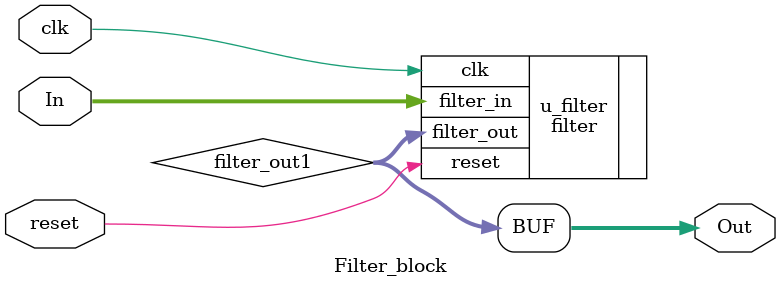
<source format=v>



`timescale 1 ns / 1 ns

module Filter_block
          (clk,
           reset,
           In,
           Out);


  input   clk;
  input   reset;
  input   signed [7:0] In;  // int8
  output  signed [24:0] Out;  // sfix25_En16


  wire signed [24:0] filter_out1;  // sfix25_En16


  filter u_filter (.clk(clk),
                   .reset(reset),
                   .filter_in(In),  // int8
                   .filter_out(filter_out1)  // sfix25_En16
                   );

  assign Out = filter_out1;

endmodule  // Filter_block


</source>
